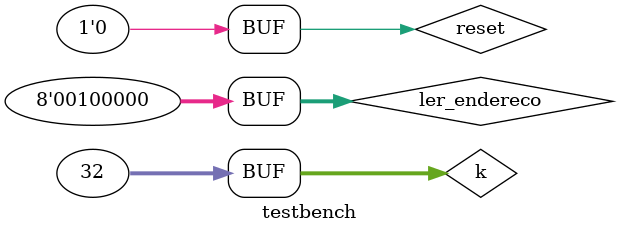
<source format=v>
module testbench;

reg reset;
reg [7:0] ler_endereco;
wire [7:0] instrucao_out;
integer k;

Rom rom(
    .reset(reset),
    .ler_endereco(ler_endereco),
    .instrucao_out(instrucao_out)
);



initial begin
    $dumpfile("teste.vcd");
    $dumpvars(0,testbench);

    #1 reset = 1'b1;
    #1 ler_endereco = 8'b0000_0000;
    #1 reset = 1'b0;

    for(k=0; k < 32; k=k+1)begin
        #1 ler_endereco = ler_endereco + 8'b0000_0001; 
    end


end




endmodule

</source>
